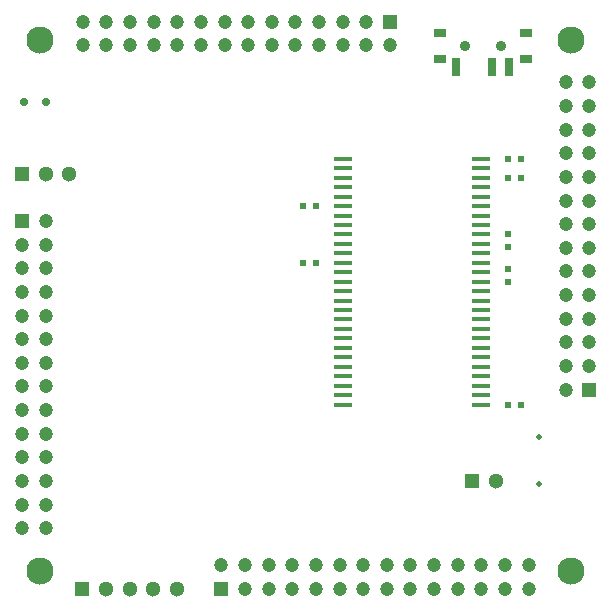
<source format=gbr>
G04 #@! TF.FileFunction,Soldermask,Bot*
%FSLAX46Y46*%
G04 Gerber Fmt 4.6, Leading zero omitted, Abs format (unit mm)*
G04 Created by KiCad (PCBNEW 4.0.6) date 03/11/19 23:36:44*
%MOMM*%
%LPD*%
G01*
G04 APERTURE LIST*
%ADD10C,0.100000*%
%ADD11C,0.700000*%
%ADD12R,1.300000X1.300000*%
%ADD13C,1.300000*%
%ADD14C,0.900000*%
%ADD15R,0.700000X1.500000*%
%ADD16R,1.000000X0.800000*%
%ADD17C,1.200000*%
%ADD18R,1.200000X1.200000*%
%ADD19C,2.300000*%
%ADD20R,1.524000X0.458000*%
%ADD21R,0.600000X0.500000*%
%ADD22C,0.500000*%
%ADD23R,0.500000X0.600000*%
G04 APERTURE END LIST*
D10*
D11*
X102990000Y-107800000D03*
X101190000Y-107800000D03*
D12*
X139100000Y-139900000D03*
D13*
X141100000Y-139900000D03*
D14*
X138500000Y-103075000D03*
X141500000Y-103075000D03*
D15*
X137750000Y-104825000D03*
X140750000Y-104825000D03*
X142250000Y-104825000D03*
D16*
X136350000Y-101975000D03*
X143650000Y-101975000D03*
X143650000Y-104175000D03*
X136350000Y-104175000D03*
D17*
X143870000Y-149000000D03*
X143870000Y-147000000D03*
X141870000Y-147000000D03*
X141870000Y-149000000D03*
D18*
X117870000Y-149000000D03*
D17*
X117870000Y-147000000D03*
X119870000Y-149000000D03*
X119870000Y-147000000D03*
X121870000Y-149000000D03*
X121870000Y-147000000D03*
X123870000Y-149000000D03*
X123870000Y-147000000D03*
X125870000Y-149000000D03*
X125870000Y-147000000D03*
X127870000Y-149000000D03*
X127870000Y-147000000D03*
X129870000Y-149000000D03*
X129870000Y-147000000D03*
X131870000Y-149000000D03*
X131870000Y-147000000D03*
X133870000Y-149000000D03*
X133870000Y-147000000D03*
X135870000Y-149000000D03*
X135870000Y-147000000D03*
X137870000Y-149000000D03*
X137870000Y-147000000D03*
X139870000Y-149000000D03*
X139870000Y-147000000D03*
X106130000Y-101000000D03*
X106130000Y-103000000D03*
X108130000Y-103000000D03*
X108130000Y-101000000D03*
D18*
X132130000Y-101000000D03*
D17*
X132130000Y-103000000D03*
X130130000Y-101000000D03*
X130130000Y-103000000D03*
X128130000Y-101000000D03*
X128130000Y-103000000D03*
X126130000Y-101000000D03*
X126130000Y-103000000D03*
X124130000Y-101000000D03*
X124130000Y-103000000D03*
X122130000Y-101000000D03*
X122130000Y-103000000D03*
X120130000Y-101000000D03*
X120130000Y-103000000D03*
X118130000Y-101000000D03*
X118130000Y-103000000D03*
X116130000Y-101000000D03*
X116130000Y-103000000D03*
X114130000Y-101000000D03*
X114130000Y-103000000D03*
X112130000Y-101000000D03*
X112130000Y-103000000D03*
X110130000Y-101000000D03*
X110130000Y-103000000D03*
D19*
X147500000Y-147500000D03*
X102500000Y-147500000D03*
X147500000Y-102500000D03*
X102500000Y-102500000D03*
D20*
X139840000Y-112600000D03*
X139840000Y-113400000D03*
X139840000Y-114200000D03*
X139840000Y-115000000D03*
X139840000Y-115800000D03*
X139840000Y-116600000D03*
X139840000Y-117400000D03*
X139840000Y-118200000D03*
X139840000Y-119000000D03*
X139840000Y-119800000D03*
X139840000Y-120600000D03*
X139840000Y-121400000D03*
X139840000Y-122200000D03*
X139840000Y-123000000D03*
X139840000Y-123800000D03*
X139840000Y-124600000D03*
X139840000Y-125400000D03*
X139840000Y-126200000D03*
X139840000Y-127000000D03*
X139840000Y-127800000D03*
X139840000Y-128600000D03*
X139840000Y-129400000D03*
X139840000Y-130200000D03*
X139840000Y-131000000D03*
X139840000Y-131800000D03*
X139840000Y-132600000D03*
X139840000Y-133400000D03*
X128160000Y-133400000D03*
X128160000Y-132600000D03*
X128160000Y-131800000D03*
X128160000Y-131000000D03*
X128160000Y-130200000D03*
X128160000Y-129400000D03*
X128160000Y-128600000D03*
X128160000Y-127800000D03*
X128160000Y-127000000D03*
X128160000Y-126200000D03*
X128160000Y-125400000D03*
X128160000Y-124600000D03*
X128160000Y-123800000D03*
X128160000Y-123000000D03*
X128160000Y-122200000D03*
X128160000Y-121400000D03*
X128160000Y-120600000D03*
X128160000Y-119800000D03*
X128160000Y-119000000D03*
X128160000Y-118200000D03*
X128160000Y-117400000D03*
X128160000Y-116600000D03*
X128160000Y-115800000D03*
X128160000Y-115000000D03*
X128160000Y-114200000D03*
X128160000Y-113400000D03*
X128160000Y-112600000D03*
D17*
X101000000Y-143870000D03*
X103000000Y-143870000D03*
X103000000Y-141870000D03*
X101000000Y-141870000D03*
D18*
X101000000Y-117870000D03*
D17*
X103000000Y-117870000D03*
X101000000Y-119870000D03*
X103000000Y-119870000D03*
X101000000Y-121870000D03*
X103000000Y-121870000D03*
X101000000Y-123870000D03*
X103000000Y-123870000D03*
X101000000Y-125870000D03*
X103000000Y-125870000D03*
X101000000Y-127870000D03*
X103000000Y-127870000D03*
X101000000Y-129870000D03*
X103000000Y-129870000D03*
X101000000Y-131870000D03*
X103000000Y-131870000D03*
X101000000Y-133870000D03*
X103000000Y-133870000D03*
X101000000Y-135870000D03*
X103000000Y-135870000D03*
X101000000Y-137870000D03*
X103000000Y-137870000D03*
X101000000Y-139870000D03*
X103000000Y-139870000D03*
D21*
X142090000Y-112600000D03*
X143190000Y-112600000D03*
D12*
X101000000Y-113870000D03*
D13*
X103000000Y-113870000D03*
X105000000Y-113870000D03*
X114100000Y-149000000D03*
D12*
X106100000Y-149000000D03*
D13*
X108100000Y-149000000D03*
X110100000Y-149000000D03*
X112100000Y-149000000D03*
D22*
X144790000Y-140110000D03*
X144790000Y-136110000D03*
D17*
X149000000Y-106130000D03*
X147000000Y-106130000D03*
X147000000Y-108130000D03*
X149000000Y-108130000D03*
D18*
X149000000Y-132130000D03*
D17*
X147000000Y-132130000D03*
X149000000Y-130130000D03*
X147000000Y-130130000D03*
X149000000Y-128130000D03*
X147000000Y-128130000D03*
X149000000Y-126130000D03*
X147000000Y-126130000D03*
X149000000Y-124130000D03*
X147000000Y-124130000D03*
X149000000Y-122130000D03*
X147000000Y-122130000D03*
X149000000Y-120130000D03*
X147000000Y-120130000D03*
X149000000Y-118130000D03*
X147000000Y-118130000D03*
X149000000Y-116130000D03*
X147000000Y-116130000D03*
X149000000Y-114130000D03*
X147000000Y-114130000D03*
X149000000Y-112130000D03*
X147000000Y-112130000D03*
X149000000Y-110130000D03*
X147000000Y-110130000D03*
D23*
X142120000Y-119000000D03*
X142120000Y-120100000D03*
X142120000Y-123000000D03*
X142120000Y-121900000D03*
D21*
X142090000Y-133400000D03*
X143190000Y-133400000D03*
X125910000Y-121400000D03*
X124810000Y-121400000D03*
X125910000Y-116600000D03*
X124810000Y-116600000D03*
X142090000Y-114200000D03*
X143190000Y-114200000D03*
M02*

</source>
